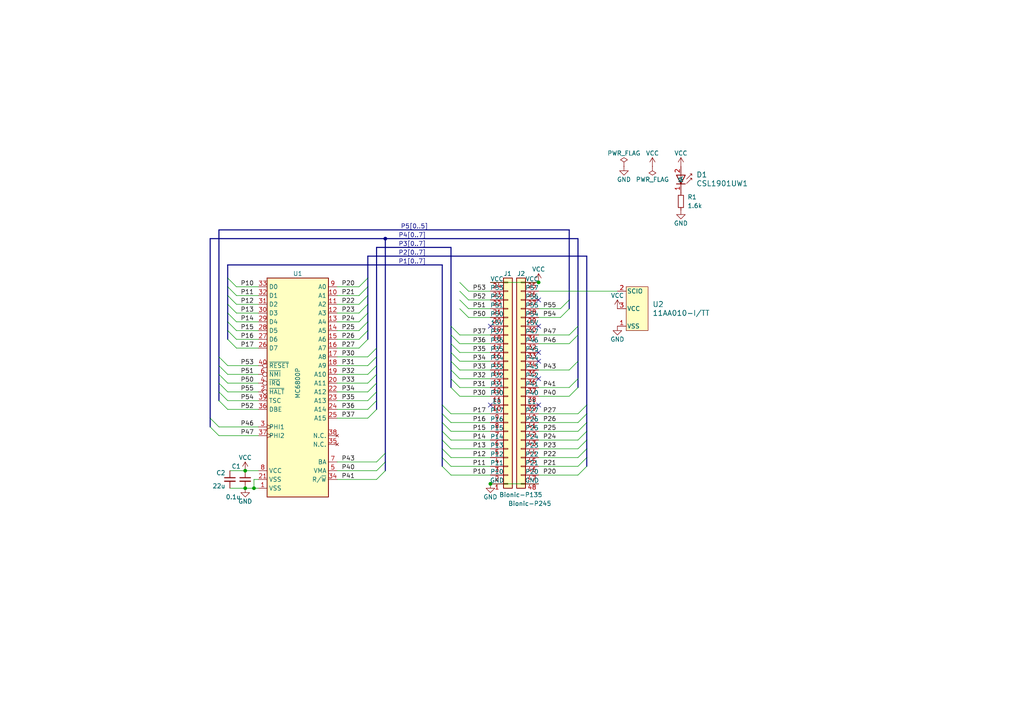
<source format=kicad_sch>
(kicad_sch (version 20230121) (generator eeschema)
  (paper "A4")
  (title_block (title "BionicMC6800") (date "2024-05-04") (rev "4") (company "Tadashi G. Takaoka"))
  (lib_symbols
    (symbol "0-LocalLibrary:11AA010-I_TT" (pin_names (offset 0.254))
      (property "Reference" "U" (at 2.54 1.27 0))
      (property "Value" "11AA010-I/TT" (at 3.81 -13.97 0))
      (symbol "11AA010-I_TT_1_1"
        (rectangle (start 0 0) (end 6.35 -12.7) (fill (type background)))
        (pin power_in line (at -2.54 -11.43 0) (length 2.54) (name "VSS") (number "1"))
        (pin bidirectional line (at -2.54 -1.27 0) (length 2.54) (name "SCIO") (number "2"))
        (pin power_in line (at -2.54 -6.35 0) (length 2.54) (name "VCC") (number "3"))
      )
    )
    (symbol "0-LocalLibrary:Bionic-P135" (pin_names (offset 0))
      (property "Reference" "J" (at 0 30.48 0))
      (property "Value" "Bionic-P135" (at -1.27 -33.02 0))
      (symbol "Bionic-P135_1_1"
        (rectangle (start 0 -30.353) (end -1.27 -30.607) (stroke (width 0.1524)))
        (rectangle (start 0 -27.813) (end -1.27 -28.067) (stroke (width 0.1524)))
        (rectangle (start 0 -25.273) (end -1.27 -25.527) (stroke (width 0.1524)))
        (rectangle (start 0 -22.733) (end -1.27 -22.987) (stroke (width 0.1524)))
        (rectangle (start 0 -20.193) (end -1.27 -20.447) (stroke (width 0.1524)))
        (rectangle (start 0 -17.653) (end -1.27 -17.907) (stroke (width 0.1524)))
        (rectangle (start 0 -15.113) (end -1.27 -15.367) (stroke (width 0.1524)))
        (rectangle (start 0 -12.573) (end -1.27 -12.827) (stroke (width 0.1524)))
        (rectangle (start 0 -10.033) (end -1.27 -10.287) (stroke (width 0.1524)))
        (rectangle (start 0 -7.493) (end -1.27 -7.747) (stroke (width 0.1524)))
        (rectangle (start 0 -4.953) (end -1.27 -5.207) (stroke (width 0.1524)))
        (rectangle (start 0 -2.413) (end -1.27 -2.667) (stroke (width 0.1524)))
        (rectangle (start 0 0.127) (end -1.27 -0.127) (stroke (width 0.1524)))
        (rectangle (start 0 2.667) (end -1.27 2.413) (stroke (width 0.1524)))
        (rectangle (start 0 5.207) (end -1.27 4.953) (stroke (width 0.1524)))
        (rectangle (start 0 7.747) (end -1.27 7.493) (stroke (width 0.1524)))
        (rectangle (start 0 10.287) (end -1.27 10.033) (stroke (width 0.1524)))
        (rectangle (start 0 12.827) (end -1.27 12.573) (stroke (width 0.1524)))
        (rectangle (start 0 15.367) (end -1.27 15.113) (stroke (width 0.1524)))
        (rectangle (start 0 17.907) (end -1.27 17.653) (stroke (width 0.1524)))
        (rectangle (start 0 20.447) (end -1.27 20.193) (stroke (width 0.1524)))
        (rectangle (start 0 22.987) (end -1.27 22.733) (stroke (width 0.1524)))
        (rectangle (start 0 25.527) (end -1.27 25.273) (stroke (width 0.1524)))
        (rectangle (start 0 28.067) (end -1.27 27.813) (stroke (width 0.1524)))
        (rectangle (start 1.27 29.21) (end -1.27 -31.75) (stroke (width 0.254)) (fill (type background)))
        (pin power_in line (at -5.08 -30.48 0) (length 3.81) (name "GND") (number "1"))
        (pin bidirectional line (at -5.08 -7.62 0) (length 3.81) (name "E0") (number "10"))
        (pin bidirectional line (at -5.08 -5.08 0) (length 3.81) (name "P30") (number "11"))
        (pin bidirectional line (at -5.08 -2.54 0) (length 3.81) (name "P31") (number "12"))
        (pin bidirectional line (at -5.08 0 0) (length 3.81) (name "P32") (number "13"))
        (pin bidirectional line (at -5.08 2.54 0) (length 3.81) (name "P33") (number "14"))
        (pin bidirectional line (at -5.08 5.08 0) (length 3.81) (name "P34") (number "15"))
        (pin bidirectional line (at -5.08 7.62 0) (length 3.81) (name "P35") (number "16"))
        (pin bidirectional line (at -5.08 10.16 0) (length 3.81) (name "P36") (number "17"))
        (pin bidirectional line (at -5.08 12.7 0) (length 3.81) (name "P37") (number "18"))
        (pin power_in line (at -5.08 15.24 0) (length 3.81) (name "15V") (number "19"))
        (pin bidirectional line (at -5.08 -27.94 0) (length 3.81) (name "P10") (number "2"))
        (pin bidirectional line (at -5.08 17.78 0) (length 3.81) (name "P50") (number "20"))
        (pin bidirectional line (at -5.08 20.32 0) (length 3.81) (name "P51") (number "21"))
        (pin bidirectional line (at -5.08 22.86 0) (length 3.81) (name "P52") (number "22"))
        (pin bidirectional line (at -5.08 25.4 0) (length 3.81) (name "P53") (number "23"))
        (pin power_in line (at -5.08 27.94 0) (length 3.81) (name "VCC") (number "24"))
        (pin bidirectional line (at -5.08 -25.4 0) (length 3.81) (name "P11") (number "3"))
        (pin bidirectional line (at -5.08 -22.86 0) (length 3.81) (name "P12") (number "4"))
        (pin bidirectional line (at -5.08 -20.32 0) (length 3.81) (name "P13") (number "5"))
        (pin bidirectional line (at -5.08 -17.78 0) (length 3.81) (name "P14") (number "6"))
        (pin bidirectional line (at -5.08 -15.24 0) (length 3.81) (name "P15") (number "7"))
        (pin bidirectional line (at -5.08 -12.7 0) (length 3.81) (name "P16") (number "8"))
        (pin bidirectional line (at -5.08 -10.16 0) (length 3.81) (name "P17") (number "9"))
      )
    )
    (symbol "0-LocalLibrary:Bionic-P245" (pin_names (offset 0))
      (property "Reference" "J" (at -3.81 30.48 0))
      (property "Value" "Bionic-P245" (at -1.27 -33.02 0))
      (symbol "Bionic-P245_1_1"
        (rectangle (start -2.54 -30.607) (end -3.81 -30.353) (stroke (width 0.1524)))
        (rectangle (start -2.54 -28.067) (end -3.81 -27.813) (stroke (width 0.1524)))
        (rectangle (start -2.54 -25.527) (end -3.81 -25.273) (stroke (width 0.1524)))
        (rectangle (start -2.54 -22.987) (end -3.81 -22.733) (stroke (width 0.1524)))
        (rectangle (start -2.54 -20.447) (end -3.81 -20.193) (stroke (width 0.1524)))
        (rectangle (start -2.54 -17.907) (end -3.81 -17.653) (stroke (width 0.1524)))
        (rectangle (start -2.54 -15.367) (end -3.81 -15.113) (stroke (width 0.1524)))
        (rectangle (start -2.54 -12.827) (end -3.81 -12.573) (stroke (width 0.1524)))
        (rectangle (start -2.54 -10.287) (end -3.81 -10.033) (stroke (width 0.1524)))
        (rectangle (start -2.54 -7.747) (end -3.81 -7.493) (stroke (width 0.1524)))
        (rectangle (start -2.54 -5.207) (end -3.81 -4.953) (stroke (width 0.1524)))
        (rectangle (start -2.54 -2.667) (end -3.81 -2.413) (stroke (width 0.1524)))
        (rectangle (start -2.54 -0.127) (end -3.81 0.127) (stroke (width 0.1524)))
        (rectangle (start -2.54 2.413) (end -3.81 2.667) (stroke (width 0.1524)))
        (rectangle (start -2.54 4.953) (end -3.81 5.207) (stroke (width 0.1524)))
        (rectangle (start -2.54 7.493) (end -3.81 7.747) (stroke (width 0.1524)))
        (rectangle (start -2.54 10.033) (end -3.81 10.287) (stroke (width 0.1524)))
        (rectangle (start -2.54 12.573) (end -3.81 12.827) (stroke (width 0.1524)))
        (rectangle (start -2.54 15.113) (end -3.81 15.367) (stroke (width 0.1524)))
        (rectangle (start -2.54 17.653) (end -3.81 17.907) (stroke (width 0.1524)))
        (rectangle (start -2.54 20.193) (end -3.81 20.447) (stroke (width 0.1524)))
        (rectangle (start -2.54 22.733) (end -3.81 22.987) (stroke (width 0.1524)))
        (rectangle (start -2.54 25.273) (end -3.81 25.527) (stroke (width 0.1524)))
        (rectangle (start -2.54 27.813) (end -3.81 28.067) (stroke (width 0.1524)))
        (rectangle (start -2.54 29.21) (end -5.08 -31.75) (stroke (width 0.254)) (fill (type background)))
        (pin power_in line (at 1.27 27.94 180) (length 3.81) (name "VCC") (number "25"))
        (pin bidirectional line (at 1.27 25.4 180) (length 3.81) (name "P57") (number "26"))
        (pin bidirectional line (at 1.27 22.86 180) (length 3.81) (name "P56") (number "27"))
        (pin bidirectional line (at 1.27 20.32 180) (length 3.81) (name "P55") (number "28"))
        (pin bidirectional line (at 1.27 17.78 180) (length 3.81) (name "P54") (number "29"))
        (pin power_in line (at 1.27 15.24 180) (length 3.81) (name "15V") (number "30"))
        (pin bidirectional line (at 1.27 12.7 180) (length 3.81) (name "P47") (number "31"))
        (pin bidirectional line (at 1.27 10.16 180) (length 3.81) (name "P46") (number "32"))
        (pin bidirectional line (at 1.27 7.62 180) (length 3.81) (name "P45") (number "33"))
        (pin bidirectional line (at 1.27 5.08 180) (length 3.81) (name "P44") (number "34"))
        (pin bidirectional line (at 1.27 2.54 180) (length 3.81) (name "P43") (number "35"))
        (pin bidirectional line (at 1.27 0 180) (length 3.81) (name "P42") (number "36"))
        (pin bidirectional line (at 1.27 -2.54 180) (length 3.81) (name "P41") (number "37"))
        (pin bidirectional line (at 1.27 -5.08 180) (length 3.81) (name "P40") (number "38"))
        (pin bidirectional line (at 1.27 -7.62 180) (length 3.81) (name "E1") (number "39"))
        (pin bidirectional line (at 1.27 -10.16 180) (length 3.81) (name "P27") (number "40"))
        (pin bidirectional line (at 1.27 -12.7 180) (length 3.81) (name "P26") (number "41"))
        (pin bidirectional line (at 1.27 -15.24 180) (length 3.81) (name "P25") (number "42"))
        (pin bidirectional line (at 1.27 -17.78 180) (length 3.81) (name "P24") (number "43"))
        (pin bidirectional line (at 1.27 -20.32 180) (length 3.81) (name "P23") (number "44"))
        (pin bidirectional line (at 1.27 -22.86 180) (length 3.81) (name "P22") (number "45"))
        (pin bidirectional line (at 1.27 -25.4 180) (length 3.81) (name "P21") (number "46"))
        (pin bidirectional line (at 1.27 -27.94 180) (length 3.81) (name "P20") (number "47"))
        (pin power_in line (at 1.27 -30.48 180) (length 3.81) (name "GND") (number "48"))
      )
    )
    (symbol "0-LocalLibrary:CSL1901UW1" (pin_names (offset 0.254))
      (property "Reference" "D" (at 3.81 -2.54 0))
      (property "Value" "CSL1901UW1" (at 3.81 -5.08 0))
      (symbol "CSL1901UW1_0_1"
        (polyline (pts (xy 2.159 3.175) (xy 2.667 3.175)))
        (polyline (pts (xy 2.54 0) (xy 5.08 0)))
        (polyline (pts (xy 5.08 1.27) (xy 5.08 -1.27)) (stroke (width 0.254)))
        (polyline (pts (xy 3.683 1.651) (xy 2.159 3.175) (xy 2.159 2.667)))
        (polyline (pts (xy 2.54 -1.27) (xy 5.08 0) (xy 2.54 1.27) (xy 2.54 -1.27)) (stroke (width 0.254)))
        (polyline (pts (xy 4.953 1.651) (xy 3.429 3.175) (xy 3.429 2.667) (xy 3.429 3.175) (xy 3.937 3.175)))
      )
      (symbol "CSL1901UW1_1_1"
        (pin passive line (at 7.62 0 180) (length 2.54) (name "K") (number "1"))
        (pin passive line (at 0 0 0) (length 2.54) (name "A") (number "2"))
      )
      (symbol "CSL1901UW1_1_2"
        (polyline (pts (xy -5.08 7.62) (xy -4.445 8.255)) (stroke (width 0.2032)))
        (polyline (pts (xy -5.08 8.255) (xy -5.08 7.62)) (stroke (width 0.2032)))
        (polyline (pts (xy -4.445 6.35) (xy -3.81 6.985)) (stroke (width 0.2032)))
        (polyline (pts (xy -4.445 8.255) (xy -5.08 8.255)) (stroke (width 0.2032)))
        (polyline (pts (xy -4.445 9.525) (xy -3.81 10.16)) (stroke (width 0.2032)))
        (polyline (pts (xy -4.445 10.16) (xy -4.445 9.525)) (stroke (width 0.2032)))
        (polyline (pts (xy -3.81 6.985) (xy -5.08 8.255)) (stroke (width 0.2032)))
        (polyline (pts (xy -3.81 8.255) (xy -3.175 8.89)) (stroke (width 0.2032)))
        (polyline (pts (xy -3.81 10.16) (xy -4.445 10.16)) (stroke (width 0.2032)))
        (polyline (pts (xy -3.175 5.08) (xy -4.445 6.35)) (stroke (width 0.2032)))
        (polyline (pts (xy -3.175 8.89) (xy -4.445 10.16)) (stroke (width 0.2032)))
        (polyline (pts (xy -2.54 6.985) (xy -3.81 8.255)) (stroke (width 0.2032)))
        (polyline (pts (xy -1.905 3.81) (xy 1.905 3.81)) (stroke (width 0.2032)))
        (polyline (pts (xy 0 2.54) (xy 0 3.4798)) (stroke (width 0.2032)))
        (polyline (pts (xy 0 3.175) (xy 0 3.81)) (stroke (width 0.2032)))
        (polyline (pts (xy 0 6.35) (xy -1.905 3.81)) (stroke (width 0.2032)))
        (polyline (pts (xy 0 6.35) (xy 0 7.62)) (stroke (width 0.2032)))
        (polyline (pts (xy 1.905 3.81) (xy 0 6.35)) (stroke (width 0.2032)))
        (polyline (pts (xy 1.905 6.35) (xy -1.905 6.35)) (stroke (width 0.2032)))
        (pin unspecified line (at 0 10.16 270) (length 2.54) (name "") (number "1"))
        (pin unspecified line (at 0 0 90) (length 2.54) (name "") (number "2"))
      )
    )
    (symbol "0-LocalLibrary:MC6800P"
      (property "Reference" "U" (at -1.27 31.75 0))
      (property "Value" "MC6800P" (at 0 -3.81 90))
      (symbol "MC6800P_0_1"
        (rectangle (start -8.89 -33.02) (end 8.89 30.48) (stroke (width 0.254)) (fill (type background)))
      )
      (symbol "MC6800P_1_1"
        (pin power_in line (at -11.43 -30.48 0) (length 2.54) (name "VSS") (number "1"))
        (pin output line (at 11.43 25.4 180) (length 2.54) (name "A1") (number "10"))
        (pin output line (at 11.43 22.86 180) (length 2.54) (name "A2") (number "11"))
        (pin output line (at 11.43 20.32 180) (length 2.54) (name "A3") (number "12"))
        (pin output line (at 11.43 17.78 180) (length 2.54) (name "A4") (number "13"))
        (pin output line (at 11.43 15.24 180) (length 2.54) (name "A5") (number "14"))
        (pin output line (at 11.43 12.7 180) (length 2.54) (name "A6") (number "15"))
        (pin output line (at 11.43 10.16 180) (length 2.54) (name "A7") (number "16"))
        (pin output line (at 11.43 7.62 180) (length 2.54) (name "A8") (number "17"))
        (pin output line (at 11.43 5.08 180) (length 2.54) (name "A9") (number "18"))
        (pin output line (at 11.43 2.54 180) (length 2.54) (name "A10") (number "19"))
        (pin input inverted (at -11.43 -2.54 0) (length 2.54) (name "~{HALT}") (number "2"))
        (pin output line (at 11.43 0 180) (length 2.54) (name "A11") (number "20"))
        (pin power_in line (at -11.43 -27.94 0) (length 2.54) (name "VSS") (number "21"))
        (pin output line (at 11.43 -2.54 180) (length 2.54) (name "A12") (number "22"))
        (pin output line (at 11.43 -5.08 180) (length 2.54) (name "A13") (number "23"))
        (pin output line (at 11.43 -7.62 180) (length 2.54) (name "A14") (number "24"))
        (pin output line (at 11.43 -10.16 180) (length 2.54) (name "A15") (number "25"))
        (pin bidirectional line (at -11.43 10.16 0) (length 2.54) (name "D7") (number "26"))
        (pin bidirectional line (at -11.43 12.7 0) (length 2.54) (name "D6") (number "27"))
        (pin bidirectional line (at -11.43 15.24 0) (length 2.54) (name "D5") (number "28"))
        (pin bidirectional line (at -11.43 17.78 0) (length 2.54) (name "D4") (number "29"))
        (pin input clock (at -11.43 -12.7 0) (length 2.54) (name "PHI1") (number "3"))
        (pin bidirectional line (at -11.43 20.32 0) (length 2.54) (name "D3") (number "30"))
        (pin bidirectional line (at -11.43 22.86 0) (length 2.54) (name "D2") (number "31"))
        (pin bidirectional line (at -11.43 25.4 0) (length 2.54) (name "D1") (number "32"))
        (pin bidirectional line (at -11.43 27.94 0) (length 2.54) (name "D0") (number "33"))
        (pin output line (at 11.43 -27.94 180) (length 2.54) (name "R/~{W}") (number "34"))
        (pin no_connect line (at 11.43 -17.78 180) (length 2.54) (name "N.C.") (number "35"))
        (pin input line (at -11.43 -7.62 0) (length 2.54) (name "DBE") (number "36"))
        (pin input clock (at -11.43 -15.24 0) (length 2.54) (name "PHI2") (number "37"))
        (pin no_connect line (at 11.43 -15.24 180) (length 2.54) (name "N.C.") (number "38"))
        (pin input line (at -11.43 -5.08 0) (length 2.54) (name "TSC") (number "39"))
        (pin input inverted (at -11.43 0 0) (length 2.54) (name "~{IRQ}") (number "4"))
        (pin input inverted (at -11.43 5.08 0) (length 2.54) (name "~{RESET}") (number "40"))
        (pin output line (at 11.43 -25.4 180) (length 2.54) (name "VMA") (number "5"))
        (pin input inverted (at -11.43 2.54 0) (length 2.54) (name "~{NMI}") (number "6"))
        (pin output line (at 11.43 -22.86 180) (length 2.54) (name "BA") (number "7"))
        (pin power_in line (at -11.43 -25.4 0) (length 2.54) (name "VCC") (number "8"))
        (pin output line (at 11.43 27.94 180) (length 2.54) (name "A0") (number "9"))
      )
    )
    (symbol "Device:C_Small" (pin_numbers hide) (pin_names (offset 0.254) hide)
      (property "Reference" "C" (at 0.254 1.778 0))
      (property "Value" "C_Small" (at 0.254 -2.032 0))
      (symbol "C_Small_0_1"
        (polyline (pts (xy -1.524 -0.508) (xy 1.524 -0.508)) (stroke (width 0.3302)))
        (polyline (pts (xy -1.524 0.508) (xy 1.524 0.508)) (stroke (width 0.3048)))
      )
      (symbol "C_Small_1_1"
        (pin passive line (at 0 2.54 270) (length 2.032) (name "~") (number "1"))
        (pin passive line (at 0 -2.54 90) (length 2.032) (name "~") (number "2"))
      )
    )
    (symbol "Device:R_Small" (pin_numbers hide) (pin_names (offset 0.254) hide)
      (property "Reference" "R" (at 0.762 0.508 0))
      (property "Value" "R_Small" (at 0.762 -1.016 0))
      (symbol "R_Small_0_1"
        (rectangle (start -0.762 1.778) (end 0.762 -1.778) (stroke (width 0.2032)))
      )
      (symbol "R_Small_1_1"
        (pin passive line (at 0 2.54 270) (length 0.762) (name "~") (number "1"))
        (pin passive line (at 0 -2.54 90) (length 0.762) (name "~") (number "2"))
      )
    )
    (symbol "power:GND" (power) (pin_names (offset 0))
      (property "Value" "GND" (at 0 -3.81 0))
      (symbol "GND_0_1"
        (polyline (pts (xy 0 0) (xy 0 -1.27) (xy 1.27 -1.27) (xy 0 -2.54) (xy -1.27 -1.27) (xy 0 -1.27)))
      )
      (symbol "GND_1_1"
        (pin power_in line (at 0 0 270) (length 0) hide (name "GND") (number "1"))
      )
    )
    (symbol "power:PWR_FLAG" (power) (pin_numbers hide) (pin_names (offset 0) hide)
      (property "Value" "PWR_FLAG" (at 0 3.81 0))
      (symbol "PWR_FLAG_0_0"
        (pin power_out line (at 0 0 90) (length 0) (name "pwr") (number "1"))
      )
      (symbol "PWR_FLAG_0_1"
        (polyline (pts (xy 0 0) (xy 0 1.27) (xy -1.016 1.905) (xy 0 2.54) (xy 1.016 1.905) (xy 0 1.27)))
      )
    )
    (symbol "power:VCC" (power) (pin_names (offset 0))
      (property "Value" "VCC" (at 0 3.81 0))
      (symbol "VCC_0_1"
        (polyline (pts (xy -0.762 1.27) (xy 0 2.54)))
        (polyline (pts (xy 0 0) (xy 0 2.54)))
        (polyline (pts (xy 0 2.54) (xy 0.762 1.27)))
      )
      (symbol "VCC_1_1"
        (pin power_in line (at 0 0 90) (length 0) hide (name "VCC") (number "1"))
      )
    )
  )
  (junction (at 71.12 141.605))
  (junction (at 142.24 140.335))
  (junction (at 73.66 141.605))
  (junction (at 71.12 136.525))
  (junction (at 111.76 69.215))
  (junction (at 156.21 81.915))
  (no_connect (at 156.21 94.615))
  (no_connect (at 142.24 94.615))
  (no_connect (at 156.21 102.235))
  (no_connect (at 156.21 109.855))
  (no_connect (at 156.21 117.475))
  (no_connect (at 156.21 104.775))
  (no_connect (at 142.24 117.475))
  (no_connect (at 156.21 86.995))
  (bus_entry (at 165.1 89.535) (size -2.54 2.54))
  (bus_entry (at 106.68 106.045) (size 2.54 -2.54))
  (bus_entry (at 133.35 86.995) (size 2.54 2.54))
  (bus_entry (at 130.81 132.715) (size -2.54 -2.54))
  (bus_entry (at 170.18 130.175) (size -2.54 2.54))
  (bus_entry (at 130.81 104.775) (size 2.54 2.54))
  (bus_entry (at 106.68 90.805) (size -2.54 2.54))
  (bus_entry (at 106.68 111.125) (size 2.54 -2.54))
  (bus_entry (at 109.22 136.525) (size 2.54 -2.54))
  (bus_entry (at 60.96 121.285) (size 2.54 2.54))
  (bus_entry (at 130.81 127.635) (size -2.54 -2.54))
  (bus_entry (at 63.5 108.585) (size 2.54 2.54))
  (bus_entry (at 106.68 118.745) (size 2.54 -2.54))
  (bus_entry (at 106.68 113.665) (size 2.54 -2.54))
  (bus_entry (at 130.81 137.795) (size -2.54 -2.54))
  (bus_entry (at 106.68 116.205) (size 2.54 -2.54))
  (bus_entry (at 63.5 116.205) (size 2.54 2.54))
  (bus_entry (at 68.58 98.425) (size -2.54 -2.54))
  (bus_entry (at 170.18 125.095) (size -2.54 2.54))
  (bus_entry (at 106.68 93.345) (size -2.54 2.54))
  (bus_entry (at 170.18 132.715) (size -2.54 2.54))
  (bus_entry (at 130.81 99.695) (size 2.54 2.54))
  (bus_entry (at 170.18 135.255) (size -2.54 2.54))
  (bus_entry (at 68.58 93.345) (size -2.54 -2.54))
  (bus_entry (at 68.58 90.805) (size -2.54 -2.54))
  (bus_entry (at 106.68 88.265) (size -2.54 2.54))
  (bus_entry (at 170.18 127.635) (size -2.54 2.54))
  (bus_entry (at 130.81 102.235) (size 2.54 2.54))
  (bus_entry (at 68.58 100.965) (size -2.54 -2.54))
  (bus_entry (at 133.35 97.155) (size -2.54 -2.54))
  (bus_entry (at 106.68 85.725) (size -2.54 2.54))
  (bus_entry (at 106.68 108.585) (size 2.54 -2.54))
  (bus_entry (at 60.96 123.825) (size 2.54 2.54))
  (bus_entry (at 130.81 120.015) (size -2.54 -2.54))
  (bus_entry (at 63.5 106.045) (size 2.54 2.54))
  (bus_entry (at 133.35 89.535) (size 2.54 2.54))
  (bus_entry (at 130.81 112.395) (size 2.54 2.54))
  (bus_entry (at 130.81 135.255) (size -2.54 -2.54))
  (bus_entry (at 106.68 121.285) (size 2.54 -2.54))
  (bus_entry (at 130.81 130.175) (size -2.54 -2.54))
  (bus_entry (at 109.22 139.065) (size 2.54 -2.54))
  (bus_entry (at 106.68 103.505) (size 2.54 -2.54))
  (bus_entry (at 167.64 104.775) (size -2.54 2.54))
  (bus_entry (at 165.1 86.995) (size -2.54 2.54))
  (bus_entry (at 170.18 120.015) (size -2.54 2.54))
  (bus_entry (at 106.68 98.425) (size -2.54 2.54))
  (bus_entry (at 130.81 125.095) (size -2.54 -2.54))
  (bus_entry (at 167.64 112.395) (size -2.54 2.54))
  (bus_entry (at 130.81 122.555) (size -2.54 -2.54))
  (bus_entry (at 130.81 97.155) (size 2.54 2.54))
  (bus_entry (at 63.5 113.665) (size 2.54 2.54))
  (bus_entry (at 167.64 109.855) (size -2.54 2.54))
  (bus_entry (at 170.18 122.555) (size -2.54 2.54))
  (bus_entry (at 68.58 88.265) (size -2.54 -2.54))
  (bus_entry (at 106.68 95.885) (size -2.54 2.54))
  (bus_entry (at 133.35 84.455) (size 2.54 2.54))
  (bus_entry (at 109.22 133.985) (size 2.54 -2.54))
  (bus_entry (at 167.64 94.615) (size -2.54 2.54))
  (bus_entry (at 106.68 80.645) (size -2.54 2.54))
  (bus_entry (at 63.5 103.505) (size 2.54 2.54))
  (bus_entry (at 63.5 111.125) (size 2.54 2.54))
  (bus_entry (at 68.58 95.885) (size -2.54 -2.54))
  (bus_entry (at 106.68 83.185) (size -2.54 2.54))
  (bus_entry (at 130.81 109.855) (size 2.54 2.54))
  (bus_entry (at 130.81 107.315) (size 2.54 2.54))
  (bus_entry (at 167.64 97.155) (size -2.54 2.54))
  (bus_entry (at 133.35 81.915) (size 2.54 2.54))
  (bus_entry (at 68.58 83.185) (size -2.54 -2.54))
  (bus_entry (at 170.18 117.475) (size -2.54 2.54))
  (bus_entry (at 68.58 85.725) (size -2.54 -2.54))
  (wire (pts (xy 135.89 84.455) (xy 142.24 84.455)))
  (wire (pts (xy 135.89 92.075) (xy 142.24 92.075)))
  (bus (pts (xy 165.1 89.535) (xy 165.1 86.995)))
  (wire (pts (xy 97.79 136.525) (xy 109.22 136.525)))
  (wire (pts (xy 68.58 83.185) (xy 74.93 83.185)))
  (bus (pts (xy 170.18 127.635) (xy 170.18 125.095)))
  (wire (pts (xy 71.12 141.605) (xy 73.66 141.605)))
  (wire (pts (xy 133.35 97.155) (xy 142.24 97.155)))
  (wire (pts (xy 97.79 103.505) (xy 106.68 103.505)))
  (bus (pts (xy 109.22 103.505) (xy 109.22 100.965)))
  (wire (pts (xy 156.21 132.715) (xy 167.64 132.715)))
  (wire (pts (xy 63.5 123.825) (xy 74.93 123.825)))
  (wire (pts (xy 156.21 122.555) (xy 167.64 122.555)))
  (bus (pts (xy 109.22 71.755) (xy 109.22 100.965)))
  (bus (pts (xy 111.76 69.215) (xy 167.64 69.215)))
  (bus (pts (xy 128.27 117.475) (xy 128.27 120.015)))
  (wire (pts (xy 130.81 137.795) (xy 142.24 137.795)))
  (bus (pts (xy 63.5 108.585) (xy 63.5 111.125)))
  (bus (pts (xy 165.1 66.675) (xy 63.5 66.675)))
  (wire (pts (xy 156.21 107.315) (xy 165.1 107.315)))
  (bus (pts (xy 167.64 97.155) (xy 167.64 104.775)))
  (wire (pts (xy 142.24 81.915) (xy 156.21 81.915)))
  (wire (pts (xy 66.04 106.045) (xy 74.93 106.045)))
  (wire (pts (xy 97.79 121.285) (xy 106.68 121.285)))
  (wire (pts (xy 130.81 132.715) (xy 142.24 132.715)))
  (wire (pts (xy 66.04 108.585) (xy 74.93 108.585)))
  (bus (pts (xy 106.68 80.645) (xy 106.68 83.185)))
  (wire (pts (xy 68.58 85.725) (xy 74.93 85.725)))
  (wire (pts (xy 142.24 140.335) (xy 156.21 140.335)))
  (wire (pts (xy 130.81 125.095) (xy 142.24 125.095)))
  (wire (pts (xy 156.21 97.155) (xy 165.1 97.155)))
  (wire (pts (xy 133.35 112.395) (xy 142.24 112.395)))
  (bus (pts (xy 106.68 74.295) (xy 106.68 80.645)))
  (wire (pts (xy 133.35 107.315) (xy 142.24 107.315)))
  (bus (pts (xy 60.96 121.285) (xy 60.96 69.215)))
  (wire (pts (xy 97.79 90.805) (xy 104.14 90.805)))
  (bus (pts (xy 130.81 107.315) (xy 130.81 109.855)))
  (bus (pts (xy 106.68 95.885) (xy 106.68 98.425)))
  (bus (pts (xy 170.18 74.295) (xy 106.68 74.295)))
  (bus (pts (xy 167.64 109.855) (xy 167.64 112.395)))
  (wire (pts (xy 66.04 113.665) (xy 74.93 113.665)))
  (bus (pts (xy 111.76 131.445) (xy 111.76 69.215)))
  (wire (pts (xy 156.21 84.455) (xy 179.07 84.455)))
  (wire (pts (xy 156.21 92.075) (xy 162.56 92.075)))
  (wire (pts (xy 156.21 130.175) (xy 167.64 130.175)))
  (wire (pts (xy 73.66 139.065) (xy 73.66 141.605)))
  (wire (pts (xy 63.5 126.365) (xy 74.93 126.365)))
  (wire (pts (xy 68.58 93.345) (xy 74.93 93.345)))
  (bus (pts (xy 106.68 93.345) (xy 106.68 95.885)))
  (bus (pts (xy 60.96 69.215) (xy 111.76 69.215)))
  (wire (pts (xy 156.21 112.395) (xy 165.1 112.395)))
  (wire (pts (xy 97.79 106.045) (xy 106.68 106.045)))
  (wire (pts (xy 74.93 139.065) (xy 73.66 139.065)))
  (bus (pts (xy 66.04 80.645) (xy 66.04 76.835)))
  (wire (pts (xy 68.58 90.805) (xy 74.93 90.805)))
  (wire (pts (xy 97.79 108.585) (xy 106.68 108.585)))
  (wire (pts (xy 135.89 89.535) (xy 142.24 89.535)))
  (wire (pts (xy 156.21 137.795) (xy 167.64 137.795)))
  (bus (pts (xy 130.81 71.755) (xy 109.22 71.755)))
  (bus (pts (xy 106.68 85.725) (xy 106.68 88.265)))
  (bus (pts (xy 167.64 104.775) (xy 167.64 109.855)))
  (wire (pts (xy 97.79 85.725) (xy 104.14 85.725)))
  (bus (pts (xy 111.76 133.985) (xy 111.76 131.445)))
  (wire (pts (xy 133.35 104.775) (xy 142.24 104.775)))
  (wire (pts (xy 135.89 86.995) (xy 142.24 86.995)))
  (wire (pts (xy 133.35 114.935) (xy 142.24 114.935)))
  (bus (pts (xy 63.5 111.125) (xy 63.5 113.665)))
  (wire (pts (xy 130.81 120.015) (xy 142.24 120.015)))
  (bus (pts (xy 128.27 132.715) (xy 128.27 135.255)))
  (bus (pts (xy 128.27 76.835) (xy 128.27 117.475)))
  (wire (pts (xy 133.35 109.855) (xy 142.24 109.855)))
  (wire (pts (xy 156.21 114.935) (xy 165.1 114.935)))
  (bus (pts (xy 106.68 88.265) (xy 106.68 90.805)))
  (bus (pts (xy 109.22 118.745) (xy 109.22 116.205)))
  (bus (pts (xy 63.5 106.045) (xy 63.5 108.585)))
  (wire (pts (xy 97.79 95.885) (xy 104.14 95.885)))
  (bus (pts (xy 130.81 94.615) (xy 130.81 71.755)))
  (wire (pts (xy 156.21 89.535) (xy 162.56 89.535)))
  (wire (pts (xy 66.04 116.205) (xy 74.93 116.205)))
  (wire (pts (xy 97.79 118.745) (xy 106.68 118.745)))
  (bus (pts (xy 170.18 135.255) (xy 170.18 132.715)))
  (bus (pts (xy 66.04 76.835) (xy 128.27 76.835)))
  (bus (pts (xy 106.68 90.805) (xy 106.68 93.345)))
  (bus (pts (xy 66.04 90.805) (xy 66.04 93.345)))
  (bus (pts (xy 128.27 122.555) (xy 128.27 125.095)))
  (bus (pts (xy 66.04 80.645) (xy 66.04 83.185)))
  (wire (pts (xy 66.675 136.525) (xy 71.12 136.525)))
  (bus (pts (xy 128.27 130.175) (xy 128.27 132.715)))
  (bus (pts (xy 63.5 113.665) (xy 63.5 116.205)))
  (bus (pts (xy 66.04 85.725) (xy 66.04 88.265)))
  (wire (pts (xy 156.21 120.015) (xy 167.64 120.015)))
  (wire (pts (xy 97.79 100.965) (xy 104.14 100.965)))
  (bus (pts (xy 109.22 116.205) (xy 109.22 113.665)))
  (bus (pts (xy 63.5 103.505) (xy 63.5 106.045)))
  (bus (pts (xy 60.96 123.825) (xy 60.96 121.285)))
  (wire (pts (xy 97.79 113.665) (xy 106.68 113.665)))
  (bus (pts (xy 170.18 130.175) (xy 170.18 127.635)))
  (bus (pts (xy 170.18 132.715) (xy 170.18 130.175)))
  (wire (pts (xy 130.81 135.255) (xy 142.24 135.255)))
  (wire (pts (xy 68.58 100.965) (xy 74.93 100.965)))
  (wire (pts (xy 130.81 127.635) (xy 142.24 127.635)))
  (wire (pts (xy 97.79 139.065) (xy 109.22 139.065)))
  (wire (pts (xy 133.35 99.695) (xy 142.24 99.695)))
  (wire (pts (xy 130.81 122.555) (xy 142.24 122.555)))
  (bus (pts (xy 167.64 94.615) (xy 167.64 97.155)))
  (wire (pts (xy 156.21 125.095) (xy 167.64 125.095)))
  (wire (pts (xy 97.79 93.345) (xy 104.14 93.345)))
  (wire (pts (xy 66.04 118.745) (xy 74.93 118.745)))
  (wire (pts (xy 68.58 88.265) (xy 74.93 88.265)))
  (wire (pts (xy 66.04 111.125) (xy 74.93 111.125)))
  (bus (pts (xy 170.18 125.095) (xy 170.18 122.555)))
  (bus (pts (xy 170.18 122.555) (xy 170.18 120.015)))
  (bus (pts (xy 130.81 97.155) (xy 130.81 99.695)))
  (wire (pts (xy 71.12 136.525) (xy 74.93 136.525)))
  (bus (pts (xy 63.5 66.675) (xy 63.5 103.505)))
  (bus (pts (xy 130.81 109.855) (xy 130.81 112.395)))
  (bus (pts (xy 170.18 120.015) (xy 170.18 117.475)))
  (bus (pts (xy 167.64 69.215) (xy 167.64 94.615)))
  (bus (pts (xy 111.76 136.525) (xy 111.76 133.985)))
  (wire (pts (xy 97.79 83.185) (xy 104.14 83.185)))
  (wire (pts (xy 133.35 102.235) (xy 142.24 102.235)))
  (wire (pts (xy 97.79 88.265) (xy 104.14 88.265)))
  (wire (pts (xy 66.675 141.605) (xy 71.12 141.605)))
  (wire (pts (xy 97.79 133.985) (xy 109.22 133.985)))
  (bus (pts (xy 109.22 108.585) (xy 109.22 106.045)))
  (wire (pts (xy 73.66 141.605) (xy 74.93 141.605)))
  (bus (pts (xy 130.81 99.695) (xy 130.81 102.235)))
  (bus (pts (xy 128.27 120.015) (xy 128.27 122.555)))
  (wire (pts (xy 156.21 127.635) (xy 167.64 127.635)))
  (wire (pts (xy 68.58 98.425) (xy 74.93 98.425)))
  (bus (pts (xy 66.04 95.885) (xy 66.04 98.425)))
  (bus (pts (xy 128.27 125.095) (xy 128.27 127.635)))
  (wire (pts (xy 130.81 130.175) (xy 142.24 130.175)))
  (wire (pts (xy 97.79 116.205) (xy 106.68 116.205)))
  (bus (pts (xy 130.81 102.235) (xy 130.81 104.775)))
  (bus (pts (xy 130.81 94.615) (xy 130.81 97.155)))
  (bus (pts (xy 128.27 127.635) (xy 128.27 130.175)))
  (bus (pts (xy 130.81 104.775) (xy 130.81 107.315)))
  (bus (pts (xy 109.22 111.125) (xy 109.22 108.585)))
  (wire (pts (xy 68.58 95.885) (xy 74.93 95.885)))
  (bus (pts (xy 66.04 93.345) (xy 66.04 95.885)))
  (bus (pts (xy 106.68 83.185) (xy 106.68 85.725)))
  (wire (pts (xy 97.79 98.425) (xy 104.14 98.425)))
  (bus (pts (xy 66.04 88.265) (xy 66.04 90.805)))
  (bus (pts (xy 109.22 106.045) (xy 109.22 103.505)))
  (bus (pts (xy 170.18 117.475) (xy 170.18 74.295)))
  (bus (pts (xy 165.1 86.995) (xy 165.1 66.675)))
  (wire (pts (xy 156.21 99.695) (xy 165.1 99.695)))
  (wire (pts (xy 97.79 111.125) (xy 106.68 111.125)))
  (wire (pts (xy 156.21 135.255) (xy 167.64 135.255)))
  (bus (pts (xy 109.22 113.665) (xy 109.22 111.125)))
  (bus (pts (xy 66.04 83.185) (xy 66.04 85.725)))
  (label "P40" (at 157.48 114.935 0))
  (label "P50" (at 140.97 92.075 180))
  (label "P52" (at 73.66 118.745 180))
  (label "P2[0..7]" (at 115.57 74.295 0))
  (label "P41" (at 157.48 112.395 0))
  (label "P46" (at 157.48 99.695 0))
  (label "P51" (at 140.97 89.535 180))
  (label "P24" (at 99.06 93.345 0))
  (label "P10" (at 140.97 137.795 180))
  (label "P15" (at 140.97 125.095 180))
  (label "P50" (at 73.66 111.125 180))
  (label "P55" (at 73.66 113.665 180))
  (label "P30" (at 140.97 114.935 180))
  (label "P21" (at 157.48 135.255 0))
  (label "P25" (at 99.06 95.885 0))
  (label "P21" (at 99.06 85.725 0))
  (label "P22" (at 157.48 132.715 0))
  (label "P33" (at 140.97 107.315 180))
  (label "P54" (at 157.48 92.075 0))
  (label "P37" (at 99.06 121.285 0))
  (label "P24" (at 157.48 127.635 0))
  (label "P32" (at 140.97 109.855 180))
  (label "P43" (at 99.06 133.985 0))
  (label "P14" (at 73.66 93.345 180))
  (label "P35" (at 140.97 102.235 180))
  (label "P11" (at 140.97 135.255 180))
  (label "P53" (at 140.97 84.455 180))
  (label "P1[0..7]" (at 115.57 76.835 0))
  (label "P12" (at 73.66 88.265 180))
  (label "P11" (at 73.66 85.725 180))
  (label "P37" (at 140.97 97.155 180))
  (label "P26" (at 157.48 122.555 0))
  (label "P51" (at 73.66 108.585 180))
  (label "P43" (at 157.48 107.315 0))
  (label "P30" (at 99.06 103.505 0))
  (label "P47" (at 157.48 97.155 0))
  (label "P27" (at 99.06 100.965 0))
  (label "P13" (at 73.66 90.805 180))
  (label "P16" (at 140.97 122.555 180))
  (label "P31" (at 99.06 106.045 0))
  (label "P23" (at 99.06 90.805 0))
  (label "P40" (at 99.06 136.525 0))
  (label "P20" (at 157.48 137.795 0))
  (label "P3[0..7]" (at 115.57 71.755 0))
  (label "P33" (at 99.06 111.125 0))
  (label "P17" (at 73.66 100.965 180))
  (label "P35" (at 99.06 116.205 0))
  (label "P14" (at 140.97 127.635 180))
  (label "P36" (at 140.97 99.695 180))
  (label "P13" (at 140.97 130.175 180))
  (label "P17" (at 140.97 120.015 180))
  (label "P12" (at 140.97 132.715 180))
  (label "P27" (at 157.48 120.015 0))
  (label "P47" (at 73.66 126.365 180))
  (label "P34" (at 140.97 104.775 180))
  (label "P54" (at 73.66 116.205 180))
  (label "P22" (at 99.06 88.265 0))
  (label "P20" (at 99.06 83.185 0))
  (label "P16" (at 73.66 98.425 180))
  (label "P26" (at 99.06 98.425 0))
  (label "P41" (at 99.06 139.065 0))
  (label "P4[0..7]" (at 115.57 69.215 0))
  (label "P32" (at 99.06 108.585 0))
  (label "P10" (at 73.66 83.185 180))
  (label "P15" (at 73.66 95.885 180))
  (label "P55" (at 157.48 89.535 0))
  (label "P5[0..5]" (at 116.205 66.675 0))
  (label "P46" (at 73.66 123.825 180))
  (label "P25" (at 157.48 125.095 0))
  (label "P23" (at 157.48 130.175 0))
  (label "P52" (at 140.97 86.995 180))
  (label "P34" (at 99.06 113.665 0))
  (label "P53" (at 73.66 106.045 180))
  (label "P31" (at 140.97 112.395 180))
  (label "P36" (at 99.06 118.745 0))
  (symbol (lib_id "Device:C_Small") (at 71.12 139.065 0) (mirror y) (unit 1)
    (property "Reference" "C1" (at 69.85 135.255 0) (effects (justify left)))
    (property "Value" "0.1u" (at 69.85 144.145 0) (effects (justify left)))
    (property "Footprint" "Capacitor_SMD:C_0603_1608Metric_Pad1.08x0.95mm_HandSolder" (effects hide))
  )
  (symbol (lib_id "0-LocalLibrary:MC6800P") (at 86.36 111.125 0) (unit 1)
    (property "Reference" "U1" (at 86.36 79.375 0))
    (property "Value" "MC6800P" (at 86.36 111.125 90))
    (property "Footprint" "0-LocalLibrary:DIP-40_W15.24mm_Socket" (effects hide))
    (property "Datasheet" "https://datasheetspdf.com/pdf-file/496901/Motorola/MC6800/1" (effects hide))
  )
  (symbol (lib_id "0-LocalLibrary:Bionic-P245") (at 154.94 109.855 0) (unit 1)
    (property "Reference" "J2" (at 151.13 79.375 0))
    (property "Value" "Bionic-P245" (at 153.67 146.05 0))
    (property "Footprint" "0-LocalLibrary:Bionic-P245_Vertical" (effects hide))
  )
  (symbol (lib_id "power:VCC") (at 179.07 89.535 0) (unit 1)
    (property "Reference" "#PWR01" (effects hide))
    (property "Value" "VCC" (at 179.07 85.725 0))
  )
  (symbol (lib_id "0-LocalLibrary:CSL1901UW1") (at 197.485 48.26 270) (unit 1)
    (property "Reference" "D1" (at 201.93 50.673 90) (effects (font (size 1.524 1.524)) (justify left)))
    (property "Value" "CSL1901UW1" (at 201.93 53.213 90) (effects (font (size 1.524 1.524)) (justify left)))
    (property "Footprint" "0-LocalLibrary:LED_CSL1901UW1_ROM" (effects hide))
    (property "Datasheet" "https://fscdn.rohm.com/en/products/databook/datasheet/opto/led/chip_mono/csl1901uw1-e.pdf" (effects hide))
  )
  (symbol (lib_id "power:GND") (at 180.975 48.26 0) (unit 1)
    (property "Reference" "#PWR05" (effects hide))
    (property "Value" "GND" (at 180.975 52.07 0))
  )
  (symbol (lib_id "power:GND") (at 197.485 60.96 0) (unit 1)
    (property "Reference" "#PWR06" (effects hide))
    (property "Value" "GND" (at 197.485 64.77 0))
  )
  (symbol (lib_id "power:GND") (at 71.12 141.605 0) (unit 1)
    (property "Reference" "#PWR012" (effects hide))
    (property "Value" "GND" (at 71.12 145.415 0))
  )
  (symbol (lib_id "power:PWR_FLAG") (at 180.975 48.26 0) (unit 1)
    (property "Reference" "#FLG01" (effects hide))
    (property "Value" "PWR_FLAG" (at 180.975 44.45 0))
  )
  (symbol (lib_id "power:VCC") (at 71.12 136.525 0) (unit 1)
    (property "Reference" "#PWR010" (effects hide))
    (property "Value" "VCC" (at 71.12 132.715 0))
  )
  (symbol (lib_id "power:GND") (at 142.24 140.335 0) (unit 1)
    (property "Reference" "#PWR02" (effects hide))
    (property "Value" "GND" (at 142.24 144.145 0))
  )
  (symbol (lib_id "power:VCC") (at 197.485 48.26 0) (unit 1)
    (property "Reference" "#PWR04" (effects hide))
    (property "Value" "VCC" (at 197.485 44.45 0))
  )
  (symbol (lib_id "power:GND") (at 179.07 94.615 0) (unit 1)
    (property "Reference" "#PWR013" (effects hide))
    (property "Value" "GND" (at 179.07 98.425 0))
  )
  (symbol (lib_id "0-LocalLibrary:11AA010-I_TT") (at 181.61 83.185 0) (unit 1)
    (property "Reference" "U2" (at 189.23 88.265 0) (effects (font (size 1.524 1.524)) (justify left)))
    (property "Value" "11AA010-I/TT" (at 189.23 90.805 0) (effects (font (size 1.524 1.524)) (justify left)))
    (property "Footprint" "0-LocalLibrary:SOT-23_MC_MCH-M" (effects hide))
    (property "Datasheet" "11AA010-I/TO" (effects hide))
  )
  (symbol (lib_id "power:PWR_FLAG") (at 189.23 48.26 180) (unit 1)
    (property "Reference" "#FLG02" (effects hide))
    (property "Value" "PWR_FLAG" (at 189.23 52.07 0))
  )
  (symbol (lib_id "Device:C_Small") (at 66.675 139.065 0) (mirror y) (unit 1)
    (property "Reference" "C2" (at 65.405 137.16 0) (effects (justify left)))
    (property "Value" "22u" (at 65.405 140.97 0) (effects (justify left)))
    (property "Footprint" "Capacitor_SMD:C_0603_1608Metric_Pad1.08x0.95mm_HandSolder" (effects hide))
  )
  (symbol (lib_id "power:VCC") (at 189.23 48.26 0) (unit 1)
    (property "Reference" "#PWR03" (effects hide))
    (property "Value" "VCC" (at 189.23 44.45 0))
  )
  (symbol (lib_id "power:VCC") (at 156.21 81.915 0) (unit 1)
    (property "Reference" "#PWR09" (effects hide))
    (property "Value" "VCC" (at 156.21 78.105 0))
  )
  (symbol (lib_id "0-LocalLibrary:Bionic-P135") (at 147.32 109.855 0) (unit 1)
    (property "Reference" "J1" (at 146.05 79.375 0) (effects (justify left)))
    (property "Value" "Bionic-P135" (at 144.78 143.51 0) (effects (justify left)))
    (property "Footprint" "0-LocalLibrary:Bionic-P135_Vertical" (effects hide))
  )
  (symbol (lib_id "Device:R_Small") (at 197.485 58.42 0) (unit 1)
    (property "Reference" "R1" (at 199.39 57.15 0) (effects (justify left)))
    (property "Value" "1.6k" (at 199.39 59.69 0) (effects (justify left)))
    (property "Footprint" "Resistor_SMD:R_0603_1608Metric_Pad0.98x0.95mm_HandSolder" (effects hide))
  )
)
</source>
